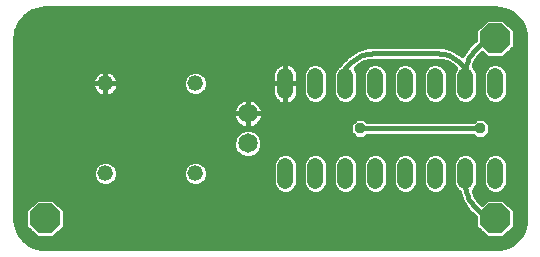
<source format=gtl>
G75*
G70*
%OFA0B0*%
%FSLAX24Y24*%
%IPPOS*%
%LPD*%
%AMOC8*
5,1,8,0,0,1.08239X$1,22.5*
%
%ADD10C,0.0520*%
%ADD11C,0.0650*%
%ADD12C,0.0520*%
%ADD13OC8,0.1000*%
%ADD14C,0.0160*%
%ADD15OC8,0.0357*%
D10*
X009180Y002420D02*
X009180Y002940D01*
X010180Y002940D02*
X010180Y002420D01*
X011180Y002420D02*
X011180Y002940D01*
X012180Y002940D02*
X012180Y002420D01*
X013180Y002420D02*
X013180Y002940D01*
X014180Y002940D02*
X014180Y002420D01*
X015180Y002420D02*
X015180Y002940D01*
X016180Y002940D02*
X016180Y002420D01*
X016180Y005420D02*
X016180Y005940D01*
X015180Y005940D02*
X015180Y005420D01*
X014180Y005420D02*
X014180Y005940D01*
X013180Y005940D02*
X013180Y005420D01*
X012180Y005420D02*
X012180Y005940D01*
X011180Y005940D02*
X011180Y005420D01*
X010180Y005420D02*
X010180Y005940D01*
X009180Y005940D02*
X009180Y005420D01*
D11*
X007930Y004680D03*
X007930Y003680D03*
D12*
X006180Y002680D03*
X003180Y002680D03*
X003180Y005680D03*
X006180Y005680D03*
D13*
X001180Y007180D03*
X001180Y001180D03*
X016180Y001180D03*
X016180Y007180D03*
D14*
X016675Y000314D02*
X000685Y000314D01*
X000639Y000339D02*
X000525Y000424D01*
X000424Y000525D01*
X000339Y000639D01*
X000270Y000765D01*
X000221Y000898D01*
X000190Y001038D01*
X000180Y001180D01*
X000180Y007180D01*
X000190Y007322D01*
X000221Y007462D01*
X000270Y007595D01*
X000339Y007721D01*
X000424Y007835D01*
X000525Y007936D01*
X000639Y008021D01*
X000765Y008090D01*
X000898Y008139D01*
X001038Y008170D01*
X001180Y008180D01*
X016180Y008180D01*
X016322Y008170D01*
X016462Y008139D01*
X016595Y008090D01*
X016721Y008021D01*
X016835Y007936D01*
X016936Y007835D01*
X017021Y007721D01*
X017090Y007595D01*
X017139Y007462D01*
X017170Y007322D01*
X017180Y007180D01*
X017180Y001180D01*
X017170Y001038D01*
X017139Y000898D01*
X017090Y000765D01*
X017021Y000639D01*
X016936Y000525D01*
X016835Y000424D01*
X016721Y000339D01*
X016595Y000270D01*
X016462Y000221D01*
X016322Y000190D01*
X016180Y000180D01*
X001180Y000180D01*
X001038Y000190D01*
X000898Y000221D01*
X000765Y000270D01*
X000639Y000339D01*
X000477Y000473D02*
X016883Y000473D01*
X017015Y000631D02*
X016564Y000631D01*
X016453Y000520D02*
X016840Y000907D01*
X016840Y001453D01*
X016453Y001840D01*
X015907Y001840D01*
X015739Y001672D01*
X015651Y001749D01*
X015501Y001973D01*
X015457Y002103D01*
X015536Y002182D01*
X015600Y002336D01*
X015600Y003024D01*
X015536Y003178D01*
X015418Y003296D01*
X015264Y003360D01*
X015096Y003360D01*
X014942Y003296D01*
X014824Y003178D01*
X014760Y003024D01*
X014760Y002336D01*
X014824Y002182D01*
X014942Y002064D01*
X014957Y002058D01*
X015059Y001756D01*
X015059Y001756D01*
X015280Y001424D01*
X015280Y001424D01*
X015520Y001213D01*
X015520Y000907D01*
X015907Y000520D01*
X016453Y000520D01*
X016723Y000790D02*
X017099Y000790D01*
X017150Y000948D02*
X016840Y000948D01*
X016840Y001107D02*
X017175Y001107D01*
X017180Y001265D02*
X016840Y001265D01*
X016840Y001424D02*
X017180Y001424D01*
X017180Y001582D02*
X016711Y001582D01*
X016553Y001741D02*
X017180Y001741D01*
X017180Y001899D02*
X015551Y001899D01*
X015473Y002058D02*
X015958Y002058D01*
X015942Y002064D02*
X016096Y002000D01*
X016264Y002000D01*
X016418Y002064D01*
X016536Y002182D01*
X016600Y002336D01*
X016600Y003024D01*
X016536Y003178D01*
X016418Y003296D01*
X016264Y003360D01*
X016096Y003360D01*
X015942Y003296D01*
X015824Y003178D01*
X015760Y003024D01*
X015760Y002336D01*
X015824Y002182D01*
X015942Y002064D01*
X015810Y002216D02*
X015550Y002216D01*
X015600Y002375D02*
X015760Y002375D01*
X015760Y002533D02*
X015600Y002533D01*
X015600Y002692D02*
X015760Y002692D01*
X015760Y002850D02*
X015600Y002850D01*
X015600Y003009D02*
X015760Y003009D01*
X015819Y003167D02*
X015541Y003167D01*
X015347Y003326D02*
X016013Y003326D01*
X016347Y003326D02*
X017180Y003326D01*
X017180Y003484D02*
X008374Y003484D01*
X008341Y003405D02*
X008415Y003584D01*
X008415Y003776D01*
X008341Y003955D01*
X008205Y004091D01*
X008026Y004165D01*
X007834Y004165D01*
X007655Y004091D01*
X007519Y003955D01*
X007445Y003776D01*
X007445Y003584D01*
X007519Y003405D01*
X007655Y003269D01*
X007834Y003195D01*
X008026Y003195D01*
X008205Y003269D01*
X008341Y003405D01*
X008261Y003326D02*
X009013Y003326D01*
X008942Y003296D02*
X008824Y003178D01*
X008760Y003024D01*
X008760Y002336D01*
X008824Y002182D01*
X008942Y002064D01*
X009096Y002000D01*
X009264Y002000D01*
X009418Y002064D01*
X009536Y002182D01*
X009600Y002336D01*
X009600Y003024D01*
X009536Y003178D01*
X009418Y003296D01*
X009264Y003360D01*
X009096Y003360D01*
X008942Y003296D01*
X008819Y003167D02*
X000180Y003167D01*
X000180Y003009D02*
X002915Y003009D01*
X002942Y003036D02*
X002824Y002918D01*
X002760Y002764D01*
X002760Y002596D01*
X002824Y002442D01*
X002942Y002324D01*
X003096Y002260D01*
X003264Y002260D01*
X003418Y002324D01*
X003536Y002442D01*
X003600Y002596D01*
X003600Y002764D01*
X003536Y002918D01*
X003418Y003036D01*
X003264Y003100D01*
X003096Y003100D01*
X002942Y003036D01*
X002796Y002850D02*
X000180Y002850D01*
X000180Y002692D02*
X002760Y002692D01*
X002786Y002533D02*
X000180Y002533D01*
X000180Y002375D02*
X002892Y002375D01*
X003468Y002375D02*
X005892Y002375D01*
X005942Y002324D02*
X005824Y002442D01*
X005760Y002596D01*
X005760Y002764D01*
X005824Y002918D01*
X005942Y003036D01*
X006096Y003100D01*
X006264Y003100D01*
X006418Y003036D01*
X006536Y002918D01*
X006600Y002764D01*
X006600Y002596D01*
X006536Y002442D01*
X006418Y002324D01*
X006264Y002260D01*
X006096Y002260D01*
X005942Y002324D01*
X005786Y002533D02*
X003574Y002533D01*
X003600Y002692D02*
X005760Y002692D01*
X005796Y002850D02*
X003564Y002850D01*
X003445Y003009D02*
X005915Y003009D01*
X006445Y003009D02*
X008760Y003009D01*
X008760Y002850D02*
X006564Y002850D01*
X006600Y002692D02*
X008760Y002692D01*
X008760Y002533D02*
X006574Y002533D01*
X006468Y002375D02*
X008760Y002375D01*
X008810Y002216D02*
X000180Y002216D01*
X000180Y002058D02*
X008958Y002058D01*
X009402Y002058D02*
X009958Y002058D01*
X009942Y002064D02*
X010096Y002000D01*
X010264Y002000D01*
X010418Y002064D01*
X010536Y002182D01*
X010600Y002336D01*
X010600Y003024D01*
X010536Y003178D01*
X010418Y003296D01*
X010264Y003360D01*
X010096Y003360D01*
X009942Y003296D01*
X009824Y003178D01*
X009760Y003024D01*
X009760Y002336D01*
X009824Y002182D01*
X009942Y002064D01*
X009810Y002216D02*
X009550Y002216D01*
X009600Y002375D02*
X009760Y002375D01*
X009760Y002533D02*
X009600Y002533D01*
X009600Y002692D02*
X009760Y002692D01*
X009760Y002850D02*
X009600Y002850D01*
X009600Y003009D02*
X009760Y003009D01*
X009819Y003167D02*
X009541Y003167D01*
X009347Y003326D02*
X010013Y003326D01*
X010347Y003326D02*
X011013Y003326D01*
X010942Y003296D02*
X010824Y003178D01*
X010760Y003024D01*
X010760Y002336D01*
X010824Y002182D01*
X010942Y002064D01*
X011096Y002000D01*
X011264Y002000D01*
X011418Y002064D01*
X011536Y002182D01*
X011600Y002336D01*
X011600Y003024D01*
X011536Y003178D01*
X011418Y003296D01*
X011264Y003360D01*
X011096Y003360D01*
X010942Y003296D01*
X010819Y003167D02*
X010541Y003167D01*
X010600Y003009D02*
X010760Y003009D01*
X010760Y002850D02*
X010600Y002850D01*
X010600Y002692D02*
X010760Y002692D01*
X010760Y002533D02*
X010600Y002533D01*
X010600Y002375D02*
X010760Y002375D01*
X010810Y002216D02*
X010550Y002216D01*
X010402Y002058D02*
X010958Y002058D01*
X011402Y002058D02*
X011958Y002058D01*
X011942Y002064D02*
X012096Y002000D01*
X012264Y002000D01*
X012418Y002064D01*
X012536Y002182D01*
X012600Y002336D01*
X012600Y003024D01*
X012536Y003178D01*
X012418Y003296D01*
X012264Y003360D01*
X012096Y003360D01*
X011942Y003296D01*
X011824Y003178D01*
X011760Y003024D01*
X011760Y002336D01*
X011824Y002182D01*
X011942Y002064D01*
X011810Y002216D02*
X011550Y002216D01*
X011600Y002375D02*
X011760Y002375D01*
X011760Y002533D02*
X011600Y002533D01*
X011600Y002692D02*
X011760Y002692D01*
X011760Y002850D02*
X011600Y002850D01*
X011600Y003009D02*
X011760Y003009D01*
X011819Y003167D02*
X011541Y003167D01*
X011347Y003326D02*
X012013Y003326D01*
X012347Y003326D02*
X013013Y003326D01*
X012942Y003296D02*
X012824Y003178D01*
X012760Y003024D01*
X012760Y002336D01*
X012824Y002182D01*
X012942Y002064D01*
X013096Y002000D01*
X013264Y002000D01*
X013418Y002064D01*
X013536Y002182D01*
X013600Y002336D01*
X013600Y003024D01*
X013536Y003178D01*
X013418Y003296D01*
X013264Y003360D01*
X013096Y003360D01*
X012942Y003296D01*
X012819Y003167D02*
X012541Y003167D01*
X012600Y003009D02*
X012760Y003009D01*
X012760Y002850D02*
X012600Y002850D01*
X012600Y002692D02*
X012760Y002692D01*
X012760Y002533D02*
X012600Y002533D01*
X012600Y002375D02*
X012760Y002375D01*
X012810Y002216D02*
X012550Y002216D01*
X012402Y002058D02*
X012958Y002058D01*
X013402Y002058D02*
X013958Y002058D01*
X013942Y002064D02*
X014096Y002000D01*
X014264Y002000D01*
X014418Y002064D01*
X014536Y002182D01*
X014600Y002336D01*
X014600Y003024D01*
X014536Y003178D01*
X014418Y003296D01*
X014264Y003360D01*
X014096Y003360D01*
X013942Y003296D01*
X013824Y003178D01*
X013760Y003024D01*
X013760Y002336D01*
X013824Y002182D01*
X013942Y002064D01*
X013810Y002216D02*
X013550Y002216D01*
X013600Y002375D02*
X013760Y002375D01*
X013760Y002533D02*
X013600Y002533D01*
X013600Y002692D02*
X013760Y002692D01*
X013760Y002850D02*
X013600Y002850D01*
X013600Y003009D02*
X013760Y003009D01*
X013819Y003167D02*
X013541Y003167D01*
X013347Y003326D02*
X014013Y003326D01*
X014347Y003326D02*
X015013Y003326D01*
X014819Y003167D02*
X014541Y003167D01*
X014600Y003009D02*
X014760Y003009D01*
X014760Y002850D02*
X014600Y002850D01*
X014600Y002692D02*
X014760Y002692D01*
X014760Y002533D02*
X014600Y002533D01*
X014600Y002375D02*
X014760Y002375D01*
X014810Y002216D02*
X014550Y002216D01*
X014402Y002058D02*
X014957Y002058D01*
X015011Y001899D02*
X000180Y001899D01*
X000180Y001741D02*
X000807Y001741D01*
X000907Y001840D02*
X000520Y001453D01*
X000520Y000907D01*
X000907Y000520D01*
X001453Y000520D01*
X001840Y000907D01*
X001840Y001453D01*
X001453Y001840D01*
X000907Y001840D01*
X001553Y001741D02*
X015069Y001741D01*
X015175Y001582D02*
X001711Y001582D01*
X001840Y001424D02*
X015281Y001424D01*
X015461Y001265D02*
X001840Y001265D01*
X001840Y001107D02*
X015520Y001107D01*
X015520Y000948D02*
X001840Y000948D01*
X001723Y000790D02*
X015637Y000790D01*
X015796Y000631D02*
X001564Y000631D01*
X000796Y000631D02*
X000345Y000631D01*
X000261Y000790D02*
X000637Y000790D01*
X000520Y000948D02*
X000210Y000948D01*
X000185Y001107D02*
X000520Y001107D01*
X000520Y001265D02*
X000180Y001265D01*
X000180Y001424D02*
X000520Y001424D01*
X000649Y001582D02*
X000180Y001582D01*
X000180Y003326D02*
X007599Y003326D01*
X007486Y003484D02*
X000180Y003484D01*
X000180Y003643D02*
X007445Y003643D01*
X007455Y003801D02*
X000180Y003801D01*
X000180Y003960D02*
X007524Y003960D01*
X007720Y004118D02*
X000180Y004118D01*
X000180Y004277D02*
X007626Y004277D01*
X007601Y004295D02*
X007665Y004248D01*
X007736Y004212D01*
X007812Y004187D01*
X007890Y004175D01*
X007930Y004175D01*
X007970Y004175D01*
X008048Y004187D01*
X008124Y004212D01*
X008195Y004248D01*
X008259Y004295D01*
X008315Y004351D01*
X008362Y004415D01*
X008398Y004486D01*
X008423Y004562D01*
X008435Y004640D01*
X008435Y004680D01*
X008435Y004720D01*
X008423Y004798D01*
X008398Y004874D01*
X008362Y004945D01*
X008315Y005009D01*
X008259Y005065D01*
X008195Y005112D01*
X008124Y005148D01*
X008048Y005173D01*
X007970Y005185D01*
X007930Y005185D01*
X007930Y004680D01*
X007930Y004680D01*
X008435Y004680D01*
X007930Y004680D01*
X007930Y004680D01*
X007930Y004680D01*
X007425Y004680D01*
X007425Y004720D01*
X007437Y004798D01*
X007462Y004874D01*
X007498Y004945D01*
X007545Y005009D01*
X007601Y005065D01*
X007665Y005112D01*
X007736Y005148D01*
X007812Y005173D01*
X007890Y005185D01*
X007930Y005185D01*
X007930Y004680D01*
X007930Y004175D01*
X007930Y004680D01*
X007930Y004680D01*
X007425Y004680D01*
X007425Y004640D01*
X007437Y004562D01*
X007462Y004486D01*
X007498Y004415D01*
X007545Y004351D01*
X007601Y004295D01*
X007488Y004435D02*
X000180Y004435D01*
X000180Y004594D02*
X007432Y004594D01*
X007430Y004752D02*
X000180Y004752D01*
X000180Y004911D02*
X007481Y004911D01*
X007606Y005069D02*
X000180Y005069D01*
X000180Y005228D02*
X008784Y005228D01*
X008772Y005251D02*
X008804Y005189D01*
X008844Y005133D01*
X008893Y005084D01*
X008949Y005044D01*
X009011Y005012D01*
X009077Y004991D01*
X009145Y004980D01*
X009180Y004980D01*
X009215Y004980D01*
X009283Y004991D01*
X009349Y005012D01*
X009411Y005044D01*
X009467Y005084D01*
X009516Y005133D01*
X009556Y005189D01*
X009588Y005251D01*
X009609Y005317D01*
X009620Y005385D01*
X009620Y005680D01*
X009620Y005975D01*
X009609Y006043D01*
X009588Y006109D01*
X009556Y006171D01*
X009516Y006227D01*
X009467Y006276D01*
X009411Y006316D01*
X009349Y006348D01*
X009283Y006369D01*
X009215Y006380D01*
X009180Y006380D01*
X009180Y005680D01*
X009620Y005680D01*
X009180Y005680D01*
X009180Y005680D01*
X009180Y005680D01*
X009180Y004980D01*
X009180Y005680D01*
X009180Y005680D01*
X009180Y005680D01*
X008740Y005680D01*
X008740Y005975D01*
X008751Y006043D01*
X008772Y006109D01*
X008804Y006171D01*
X008844Y006227D01*
X008893Y006276D01*
X008949Y006316D01*
X009011Y006348D01*
X009077Y006369D01*
X009145Y006380D01*
X009180Y006380D01*
X009180Y005680D01*
X008740Y005680D01*
X008740Y005385D01*
X008751Y005317D01*
X008772Y005251D01*
X008740Y005386D02*
X006480Y005386D01*
X006536Y005442D02*
X006418Y005324D01*
X006264Y005260D01*
X006096Y005260D01*
X005942Y005324D01*
X005824Y005442D01*
X005760Y005596D01*
X005760Y005764D01*
X005824Y005918D01*
X005942Y006036D01*
X006096Y006100D01*
X006264Y006100D01*
X006418Y006036D01*
X006536Y005918D01*
X006600Y005764D01*
X006600Y005596D01*
X006536Y005442D01*
X006578Y005545D02*
X008740Y005545D01*
X008740Y005703D02*
X006600Y005703D01*
X006559Y005862D02*
X008740Y005862D01*
X008747Y006020D02*
X006434Y006020D01*
X005926Y006020D02*
X003461Y006020D01*
X003467Y006016D02*
X003411Y006056D01*
X003349Y006088D01*
X003283Y006109D01*
X003215Y006120D01*
X003180Y006120D01*
X003180Y005680D01*
X003620Y005680D01*
X003620Y005715D01*
X003609Y005783D01*
X003588Y005849D01*
X003556Y005911D01*
X003516Y005967D01*
X003467Y006016D01*
X003581Y005862D02*
X005801Y005862D01*
X005760Y005703D02*
X003620Y005703D01*
X003620Y005680D02*
X003180Y005680D01*
X003180Y005680D01*
X003180Y005680D01*
X003180Y005240D01*
X003215Y005240D01*
X003283Y005251D01*
X003349Y005272D01*
X003411Y005304D01*
X003467Y005344D01*
X003516Y005393D01*
X003556Y005449D01*
X003588Y005511D01*
X003609Y005577D01*
X003620Y005645D01*
X003620Y005680D01*
X003599Y005545D02*
X005782Y005545D01*
X005880Y005386D02*
X003508Y005386D01*
X003180Y005386D02*
X003180Y005386D01*
X003077Y005251D02*
X003011Y005272D01*
X002949Y005304D01*
X002893Y005344D01*
X002844Y005393D01*
X002804Y005449D01*
X002772Y005511D01*
X002751Y005577D01*
X002740Y005645D01*
X002740Y005680D01*
X003180Y005680D01*
X003180Y005680D01*
X003180Y005680D01*
X003180Y006120D01*
X003145Y006120D01*
X003077Y006109D01*
X003011Y006088D01*
X002949Y006056D01*
X002893Y006016D01*
X002844Y005967D01*
X002804Y005911D01*
X002772Y005849D01*
X002751Y005783D01*
X002740Y005715D01*
X002740Y005680D01*
X003180Y005680D01*
X003180Y005240D01*
X003145Y005240D01*
X003077Y005251D01*
X002852Y005386D02*
X000180Y005386D01*
X000180Y005545D02*
X002761Y005545D01*
X002740Y005703D02*
X000180Y005703D01*
X000180Y005862D02*
X002779Y005862D01*
X002899Y006020D02*
X000180Y006020D01*
X000180Y006179D02*
X008809Y006179D01*
X008990Y006337D02*
X000180Y006337D01*
X000180Y006496D02*
X011156Y006496D01*
X011184Y006523D02*
X010977Y006316D01*
X010974Y006309D01*
X010942Y006296D01*
X010824Y006178D01*
X010760Y006024D01*
X010760Y005336D01*
X010824Y005182D01*
X010942Y005064D01*
X011096Y005000D01*
X011264Y005000D01*
X011418Y005064D01*
X011536Y005182D01*
X011600Y005336D01*
X011600Y006024D01*
X011536Y006178D01*
X011527Y006187D01*
X011557Y006217D01*
X011632Y006283D01*
X011803Y006382D01*
X011995Y006433D01*
X012094Y006440D01*
X014266Y006440D01*
X014365Y006433D01*
X014557Y006382D01*
X014728Y006283D01*
X014803Y006217D01*
X014833Y006187D01*
X014824Y006178D01*
X014760Y006024D01*
X014760Y005336D01*
X014824Y005182D01*
X014942Y005064D01*
X015096Y005000D01*
X015264Y005000D01*
X015418Y005064D01*
X015536Y005182D01*
X015600Y005336D01*
X015600Y006024D01*
X015536Y006178D01*
X015457Y006257D01*
X015501Y006387D01*
X015651Y006611D01*
X015739Y006688D01*
X015907Y006520D01*
X016453Y006520D01*
X016840Y006907D01*
X016840Y007453D01*
X016453Y007840D01*
X015907Y007840D01*
X015520Y007453D01*
X015520Y007147D01*
X015280Y006936D01*
X015073Y006626D01*
X015027Y006672D01*
X014744Y006835D01*
X014429Y006920D01*
X011931Y006920D01*
X011616Y006835D01*
X011616Y006835D01*
X011333Y006672D01*
X011217Y006557D01*
X011184Y006523D01*
X011184Y006523D01*
X011217Y006557D02*
X011217Y006557D01*
X011315Y006654D02*
X000180Y006654D01*
X000180Y006813D02*
X011576Y006813D01*
X011333Y006672D02*
X011333Y006672D01*
X011387Y006387D02*
X011180Y006180D01*
X011180Y005680D01*
X011600Y005703D02*
X011760Y005703D01*
X011760Y005545D02*
X011600Y005545D01*
X011600Y005386D02*
X011760Y005386D01*
X011760Y005336D02*
X011824Y005182D01*
X011942Y005064D01*
X012096Y005000D01*
X012264Y005000D01*
X012418Y005064D01*
X012536Y005182D01*
X012600Y005336D01*
X012600Y006024D01*
X012536Y006178D01*
X012418Y006296D01*
X012264Y006360D01*
X012096Y006360D01*
X011942Y006296D01*
X011824Y006178D01*
X011760Y006024D01*
X011760Y005336D01*
X011805Y005228D02*
X011555Y005228D01*
X011423Y005069D02*
X011937Y005069D01*
X012423Y005069D02*
X012937Y005069D01*
X012942Y005064D02*
X013096Y005000D01*
X013264Y005000D01*
X013418Y005064D01*
X013536Y005182D01*
X013600Y005336D01*
X013600Y006024D01*
X013536Y006178D01*
X013418Y006296D01*
X013264Y006360D01*
X013096Y006360D01*
X012942Y006296D01*
X012824Y006178D01*
X012760Y006024D01*
X012760Y005336D01*
X012824Y005182D01*
X012942Y005064D01*
X012805Y005228D02*
X012555Y005228D01*
X012600Y005386D02*
X012760Y005386D01*
X012760Y005545D02*
X012600Y005545D01*
X012600Y005703D02*
X012760Y005703D01*
X012760Y005862D02*
X012600Y005862D01*
X012600Y006020D02*
X012760Y006020D01*
X012825Y006179D02*
X012535Y006179D01*
X012319Y006337D02*
X013041Y006337D01*
X013319Y006337D02*
X014041Y006337D01*
X014096Y006360D02*
X013942Y006296D01*
X013824Y006178D01*
X013760Y006024D01*
X013760Y005336D01*
X013824Y005182D01*
X013942Y005064D01*
X014096Y005000D01*
X014264Y005000D01*
X014418Y005064D01*
X014536Y005182D01*
X014600Y005336D01*
X014600Y006024D01*
X014536Y006178D01*
X014418Y006296D01*
X014264Y006360D01*
X014096Y006360D01*
X014319Y006337D02*
X014635Y006337D01*
X014535Y006179D02*
X014825Y006179D01*
X014760Y006020D02*
X014600Y006020D01*
X014600Y005862D02*
X014760Y005862D01*
X014760Y005703D02*
X014600Y005703D01*
X014600Y005545D02*
X014760Y005545D01*
X014760Y005386D02*
X014600Y005386D01*
X014555Y005228D02*
X014805Y005228D01*
X014937Y005069D02*
X014423Y005069D01*
X013937Y005069D02*
X013423Y005069D01*
X013555Y005228D02*
X013805Y005228D01*
X013760Y005386D02*
X013600Y005386D01*
X013600Y005545D02*
X013760Y005545D01*
X013760Y005703D02*
X013600Y005703D01*
X013600Y005862D02*
X013760Y005862D01*
X013760Y006020D02*
X013600Y006020D01*
X013535Y006179D02*
X013825Y006179D01*
X014266Y006680D02*
X014326Y006678D01*
X014387Y006673D01*
X014446Y006664D01*
X014505Y006651D01*
X014564Y006635D01*
X014621Y006615D01*
X014676Y006592D01*
X014731Y006565D01*
X014783Y006536D01*
X014834Y006503D01*
X014883Y006467D01*
X014929Y006429D01*
X014973Y006387D01*
X015180Y006180D01*
X015180Y005680D01*
X015600Y005703D02*
X015760Y005703D01*
X015760Y005545D02*
X015600Y005545D01*
X015600Y005386D02*
X015760Y005386D01*
X015760Y005336D02*
X015824Y005182D01*
X015942Y005064D01*
X016096Y005000D01*
X016264Y005000D01*
X016418Y005064D01*
X016536Y005182D01*
X016600Y005336D01*
X016600Y006024D01*
X016536Y006178D01*
X016418Y006296D01*
X016264Y006360D01*
X016096Y006360D01*
X015942Y006296D01*
X015824Y006178D01*
X015760Y006024D01*
X015760Y005336D01*
X015805Y005228D02*
X015555Y005228D01*
X015423Y005069D02*
X015937Y005069D01*
X016423Y005069D02*
X017180Y005069D01*
X017180Y004911D02*
X008379Y004911D01*
X008430Y004752D02*
X017180Y004752D01*
X017180Y004594D02*
X008428Y004594D01*
X008372Y004435D02*
X011456Y004435D01*
X011540Y004518D02*
X011342Y004320D01*
X011342Y004040D01*
X011540Y003842D01*
X011820Y003842D01*
X011919Y003940D01*
X015441Y003940D01*
X015540Y003842D01*
X015820Y003842D01*
X016018Y004040D01*
X016018Y004320D01*
X015820Y004518D01*
X015540Y004518D01*
X015441Y004420D01*
X011919Y004420D01*
X011820Y004518D01*
X011540Y004518D01*
X011904Y004435D02*
X015456Y004435D01*
X015904Y004435D02*
X017180Y004435D01*
X017180Y004277D02*
X016018Y004277D01*
X016018Y004118D02*
X017180Y004118D01*
X017180Y003960D02*
X015938Y003960D01*
X015680Y004180D02*
X011680Y004180D01*
X011342Y004118D02*
X008140Y004118D01*
X008234Y004277D02*
X011342Y004277D01*
X011422Y003960D02*
X008336Y003960D01*
X008405Y003801D02*
X017180Y003801D01*
X017180Y003643D02*
X008415Y003643D01*
X007930Y004277D02*
X007930Y004277D01*
X007930Y004435D02*
X007930Y004435D01*
X007930Y004594D02*
X007930Y004594D01*
X007930Y004752D02*
X007930Y004752D01*
X007930Y004911D02*
X007930Y004911D01*
X007930Y005069D02*
X007930Y005069D01*
X008254Y005069D02*
X008915Y005069D01*
X009180Y005069D02*
X009180Y005069D01*
X009180Y005228D02*
X009180Y005228D01*
X009180Y005386D02*
X009180Y005386D01*
X009180Y005545D02*
X009180Y005545D01*
X009180Y005703D02*
X009180Y005703D01*
X009180Y005862D02*
X009180Y005862D01*
X009180Y006020D02*
X009180Y006020D01*
X009180Y006179D02*
X009180Y006179D01*
X009180Y006337D02*
X009180Y006337D01*
X009370Y006337D02*
X010041Y006337D01*
X010096Y006360D02*
X009942Y006296D01*
X009824Y006178D01*
X009760Y006024D01*
X009760Y005336D01*
X009824Y005182D01*
X009942Y005064D01*
X010096Y005000D01*
X010264Y005000D01*
X010418Y005064D01*
X010536Y005182D01*
X010600Y005336D01*
X010600Y006024D01*
X010536Y006178D01*
X010418Y006296D01*
X010264Y006360D01*
X010096Y006360D01*
X010319Y006337D02*
X010998Y006337D01*
X010825Y006179D02*
X010535Y006179D01*
X010600Y006020D02*
X010760Y006020D01*
X010760Y005862D02*
X010600Y005862D01*
X010600Y005703D02*
X010760Y005703D01*
X010760Y005545D02*
X010600Y005545D01*
X010600Y005386D02*
X010760Y005386D01*
X010805Y005228D02*
X010555Y005228D01*
X010423Y005069D02*
X010937Y005069D01*
X009937Y005069D02*
X009445Y005069D01*
X009576Y005228D02*
X009805Y005228D01*
X009760Y005386D02*
X009620Y005386D01*
X009620Y005545D02*
X009760Y005545D01*
X009760Y005703D02*
X009620Y005703D01*
X009620Y005862D02*
X009760Y005862D01*
X009760Y006020D02*
X009613Y006020D01*
X009551Y006179D02*
X009825Y006179D01*
X011535Y006179D02*
X011825Y006179D01*
X011760Y006020D02*
X011600Y006020D01*
X011600Y005862D02*
X011760Y005862D01*
X011387Y006387D02*
X011431Y006429D01*
X011477Y006467D01*
X011526Y006503D01*
X011577Y006536D01*
X011629Y006565D01*
X011684Y006592D01*
X011739Y006615D01*
X011796Y006635D01*
X011855Y006651D01*
X011914Y006664D01*
X011973Y006673D01*
X012034Y006678D01*
X012094Y006680D01*
X014266Y006680D01*
X014744Y006835D02*
X014744Y006835D01*
X014784Y006813D02*
X015198Y006813D01*
X015280Y006936D02*
X015280Y006936D01*
X015320Y006971D02*
X000180Y006971D01*
X000180Y007130D02*
X015500Y007130D01*
X015520Y007288D02*
X000188Y007288D01*
X000217Y007447D02*
X015520Y007447D01*
X015672Y007605D02*
X000276Y007605D01*
X000371Y007764D02*
X015830Y007764D01*
X016530Y007764D02*
X016989Y007764D01*
X017084Y007605D02*
X016688Y007605D01*
X016840Y007447D02*
X017143Y007447D01*
X017172Y007288D02*
X016840Y007288D01*
X016840Y007130D02*
X017180Y007130D01*
X017180Y006971D02*
X016840Y006971D01*
X016746Y006813D02*
X017180Y006813D01*
X017180Y006654D02*
X016587Y006654D01*
X017180Y006496D02*
X015574Y006496D01*
X015485Y006337D02*
X016041Y006337D01*
X015825Y006179D02*
X015535Y006179D01*
X015600Y006020D02*
X015760Y006020D01*
X015760Y005862D02*
X015600Y005862D01*
X015180Y005680D02*
X015168Y005748D01*
X015160Y005817D01*
X015156Y005886D01*
X015155Y005955D01*
X015158Y006024D01*
X015165Y006092D01*
X015176Y006160D01*
X015190Y006228D01*
X015208Y006295D01*
X015230Y006360D01*
X015255Y006425D01*
X015283Y006488D01*
X015315Y006549D01*
X015350Y006608D01*
X015389Y006666D01*
X015430Y006721D01*
X015474Y006774D01*
X015521Y006824D01*
X015571Y006872D01*
X015623Y006917D01*
X015678Y006960D01*
X015735Y006999D01*
X015794Y007035D01*
X015855Y007068D01*
X015917Y007097D01*
X015981Y007123D01*
X016046Y007146D01*
X016113Y007165D01*
X016180Y007180D01*
X015773Y006654D02*
X015700Y006654D01*
X015092Y006654D02*
X015045Y006654D01*
X015027Y006672D02*
X015027Y006672D01*
X016319Y006337D02*
X017180Y006337D01*
X017180Y006179D02*
X016535Y006179D01*
X016600Y006020D02*
X017180Y006020D01*
X017180Y005862D02*
X016600Y005862D01*
X016600Y005703D02*
X017180Y005703D01*
X017180Y005545D02*
X016600Y005545D01*
X016600Y005386D02*
X017180Y005386D01*
X017180Y005228D02*
X016555Y005228D01*
X016541Y003167D02*
X017180Y003167D01*
X017180Y003009D02*
X016600Y003009D01*
X016600Y002850D02*
X017180Y002850D01*
X017180Y002692D02*
X016600Y002692D01*
X016600Y002533D02*
X017180Y002533D01*
X017180Y002375D02*
X016600Y002375D01*
X016180Y001180D02*
X016113Y001195D01*
X016046Y001214D01*
X015981Y001237D01*
X015917Y001263D01*
X015855Y001292D01*
X015794Y001325D01*
X015735Y001361D01*
X015678Y001400D01*
X015623Y001443D01*
X015571Y001488D01*
X015521Y001536D01*
X015474Y001586D01*
X015430Y001639D01*
X015389Y001694D01*
X015350Y001752D01*
X015315Y001811D01*
X015283Y001872D01*
X015255Y001935D01*
X015230Y002000D01*
X015208Y002065D01*
X015190Y002132D01*
X015176Y002200D01*
X015165Y002268D01*
X015158Y002336D01*
X015155Y002405D01*
X015156Y002474D01*
X015160Y002543D01*
X015168Y002612D01*
X015180Y002680D01*
X016402Y002058D02*
X017180Y002058D01*
X017180Y002216D02*
X016550Y002216D01*
X015807Y001741D02*
X015660Y001741D01*
X012041Y006337D02*
X011725Y006337D01*
X016612Y008081D02*
X000748Y008081D01*
X000511Y007922D02*
X016849Y007922D01*
X003180Y006020D02*
X003180Y006020D01*
X003180Y005862D02*
X003180Y005862D01*
X003180Y005703D02*
X003180Y005703D01*
X003180Y005545D02*
X003180Y005545D01*
D15*
X011680Y004180D03*
X015680Y004180D03*
M02*

</source>
